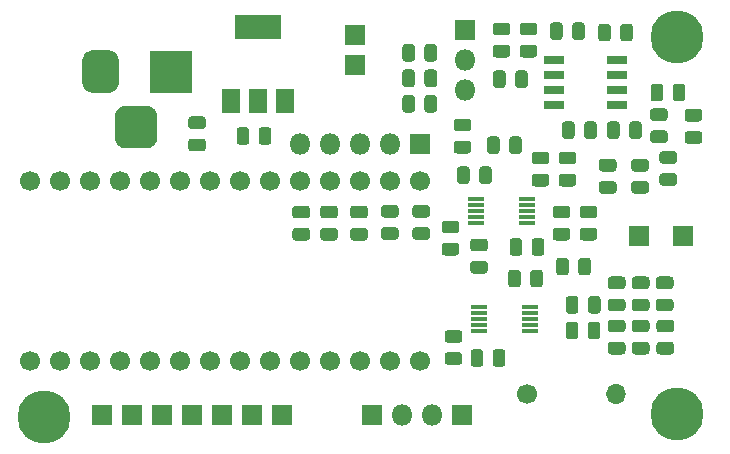
<source format=gbr>
%TF.GenerationSoftware,KiCad,Pcbnew,(5.1.6)-1*%
%TF.CreationDate,2020-12-22T10:56:42-08:00*%
%TF.ProjectId,Digimuser_Board,44696769-6d75-4736-9572-5f426f617264,rev?*%
%TF.SameCoordinates,Original*%
%TF.FileFunction,Soldermask,Top*%
%TF.FilePolarity,Negative*%
%FSLAX46Y46*%
G04 Gerber Fmt 4.6, Leading zero omitted, Abs format (unit mm)*
G04 Created by KiCad (PCBNEW (5.1.6)-1) date 2020-12-22 10:56:42*
%MOMM*%
%LPD*%
G01*
G04 APERTURE LIST*
%ADD10R,1.800000X1.800000*%
%ADD11O,1.700000X1.700000*%
%ADD12C,1.700000*%
%ADD13R,1.408100X0.404800*%
%ADD14R,1.750000X0.710000*%
%ADD15C,4.500000*%
%ADD16R,3.600000X3.600000*%
%ADD17O,1.800000X1.800000*%
%ADD18R,1.600000X2.100000*%
%ADD19R,3.900000X2.100000*%
G04 APERTURE END LIST*
D10*
%TO.C,J12*%
X112268000Y-102108000D03*
%TD*%
%TO.C,J11*%
X140208000Y-102108000D03*
%TD*%
%TO.C,J10*%
X109728000Y-102108000D03*
%TD*%
%TO.C,J9*%
X122428000Y-102108000D03*
%TD*%
%TO.C,J8*%
X117348000Y-102108000D03*
%TD*%
%TO.C,J7*%
X158851600Y-86918800D03*
%TD*%
%TO.C,J6*%
X155194000Y-86918800D03*
%TD*%
D11*
%TO.C,C13*%
X153194400Y-100279200D03*
D12*
X145694400Y-100279200D03*
%TD*%
%TO.C,C1*%
G36*
G01*
X136188500Y-70956250D02*
X136188500Y-71918750D01*
G75*
G02*
X135919750Y-72187500I-268750J0D01*
G01*
X135382250Y-72187500D01*
G75*
G02*
X135113500Y-71918750I0J268750D01*
G01*
X135113500Y-70956250D01*
G75*
G02*
X135382250Y-70687500I268750J0D01*
G01*
X135919750Y-70687500D01*
G75*
G02*
X136188500Y-70956250I0J-268750D01*
G01*
G37*
G36*
G01*
X138063500Y-70956250D02*
X138063500Y-71918750D01*
G75*
G02*
X137794750Y-72187500I-268750J0D01*
G01*
X137257250Y-72187500D01*
G75*
G02*
X136988500Y-71918750I0J268750D01*
G01*
X136988500Y-70956250D01*
G75*
G02*
X137257250Y-70687500I268750J0D01*
G01*
X137794750Y-70687500D01*
G75*
G02*
X138063500Y-70956250I0J-268750D01*
G01*
G37*
%TD*%
%TO.C,C2*%
G36*
G01*
X144164000Y-79729250D02*
X144164000Y-78766750D01*
G75*
G02*
X144432750Y-78498000I268750J0D01*
G01*
X144970250Y-78498000D01*
G75*
G02*
X145239000Y-78766750I0J-268750D01*
G01*
X145239000Y-79729250D01*
G75*
G02*
X144970250Y-79998000I-268750J0D01*
G01*
X144432750Y-79998000D01*
G75*
G02*
X144164000Y-79729250I0J268750D01*
G01*
G37*
G36*
G01*
X142289000Y-79729250D02*
X142289000Y-78766750D01*
G75*
G02*
X142557750Y-78498000I268750J0D01*
G01*
X143095250Y-78498000D01*
G75*
G02*
X143364000Y-78766750I0J-268750D01*
G01*
X143364000Y-79729250D01*
G75*
G02*
X143095250Y-79998000I-268750J0D01*
G01*
X142557750Y-79998000D01*
G75*
G02*
X142289000Y-79729250I0J268750D01*
G01*
G37*
%TD*%
%TO.C,C3*%
G36*
G01*
X143991250Y-69958000D02*
X143028750Y-69958000D01*
G75*
G02*
X142760000Y-69689250I0J268750D01*
G01*
X142760000Y-69151750D01*
G75*
G02*
X143028750Y-68883000I268750J0D01*
G01*
X143991250Y-68883000D01*
G75*
G02*
X144260000Y-69151750I0J-268750D01*
G01*
X144260000Y-69689250D01*
G75*
G02*
X143991250Y-69958000I-268750J0D01*
G01*
G37*
G36*
G01*
X143991250Y-71833000D02*
X143028750Y-71833000D01*
G75*
G02*
X142760000Y-71564250I0J268750D01*
G01*
X142760000Y-71026750D01*
G75*
G02*
X143028750Y-70758000I268750J0D01*
G01*
X143991250Y-70758000D01*
G75*
G02*
X144260000Y-71026750I0J-268750D01*
G01*
X144260000Y-71564250D01*
G75*
G02*
X143991250Y-71833000I-268750J0D01*
G01*
G37*
%TD*%
%TO.C,C4*%
G36*
G01*
X152762000Y-69241750D02*
X152762000Y-70204250D01*
G75*
G02*
X152493250Y-70473000I-268750J0D01*
G01*
X151955750Y-70473000D01*
G75*
G02*
X151687000Y-70204250I0J268750D01*
G01*
X151687000Y-69241750D01*
G75*
G02*
X151955750Y-68973000I268750J0D01*
G01*
X152493250Y-68973000D01*
G75*
G02*
X152762000Y-69241750I0J-268750D01*
G01*
G37*
G36*
G01*
X154637000Y-69241750D02*
X154637000Y-70204250D01*
G75*
G02*
X154368250Y-70473000I-268750J0D01*
G01*
X153830750Y-70473000D01*
G75*
G02*
X153562000Y-70204250I0J268750D01*
G01*
X153562000Y-69241750D01*
G75*
G02*
X153830750Y-68973000I268750J0D01*
G01*
X154368250Y-68973000D01*
G75*
G02*
X154637000Y-69241750I0J-268750D01*
G01*
G37*
%TD*%
%TO.C,C5*%
G36*
G01*
X149714000Y-77496750D02*
X149714000Y-78459250D01*
G75*
G02*
X149445250Y-78728000I-268750J0D01*
G01*
X148907750Y-78728000D01*
G75*
G02*
X148639000Y-78459250I0J268750D01*
G01*
X148639000Y-77496750D01*
G75*
G02*
X148907750Y-77228000I268750J0D01*
G01*
X149445250Y-77228000D01*
G75*
G02*
X149714000Y-77496750I0J-268750D01*
G01*
G37*
G36*
G01*
X151589000Y-77496750D02*
X151589000Y-78459250D01*
G75*
G02*
X151320250Y-78728000I-268750J0D01*
G01*
X150782750Y-78728000D01*
G75*
G02*
X150514000Y-78459250I0J268750D01*
G01*
X150514000Y-77496750D01*
G75*
G02*
X150782750Y-77228000I268750J0D01*
G01*
X151320250Y-77228000D01*
G75*
G02*
X151589000Y-77496750I0J-268750D01*
G01*
G37*
%TD*%
%TO.C,C6*%
G36*
G01*
X156363750Y-77997000D02*
X157326250Y-77997000D01*
G75*
G02*
X157595000Y-78265750I0J-268750D01*
G01*
X157595000Y-78803250D01*
G75*
G02*
X157326250Y-79072000I-268750J0D01*
G01*
X156363750Y-79072000D01*
G75*
G02*
X156095000Y-78803250I0J268750D01*
G01*
X156095000Y-78265750D01*
G75*
G02*
X156363750Y-77997000I268750J0D01*
G01*
G37*
G36*
G01*
X156363750Y-76122000D02*
X157326250Y-76122000D01*
G75*
G02*
X157595000Y-76390750I0J-268750D01*
G01*
X157595000Y-76928250D01*
G75*
G02*
X157326250Y-77197000I-268750J0D01*
G01*
X156363750Y-77197000D01*
G75*
G02*
X156095000Y-76928250I0J268750D01*
G01*
X156095000Y-76390750D01*
G75*
G02*
X156363750Y-76122000I268750J0D01*
G01*
G37*
%TD*%
%TO.C,C7*%
G36*
G01*
X138964750Y-96793000D02*
X139927250Y-96793000D01*
G75*
G02*
X140196000Y-97061750I0J-268750D01*
G01*
X140196000Y-97599250D01*
G75*
G02*
X139927250Y-97868000I-268750J0D01*
G01*
X138964750Y-97868000D01*
G75*
G02*
X138696000Y-97599250I0J268750D01*
G01*
X138696000Y-97061750D01*
G75*
G02*
X138964750Y-96793000I268750J0D01*
G01*
G37*
G36*
G01*
X138964750Y-94918000D02*
X139927250Y-94918000D01*
G75*
G02*
X140196000Y-95186750I0J-268750D01*
G01*
X140196000Y-95724250D01*
G75*
G02*
X139927250Y-95993000I-268750J0D01*
G01*
X138964750Y-95993000D01*
G75*
G02*
X138696000Y-95724250I0J268750D01*
G01*
X138696000Y-95186750D01*
G75*
G02*
X138964750Y-94918000I268750J0D01*
G01*
G37*
%TD*%
%TO.C,C8*%
G36*
G01*
X138710750Y-87522000D02*
X139673250Y-87522000D01*
G75*
G02*
X139942000Y-87790750I0J-268750D01*
G01*
X139942000Y-88328250D01*
G75*
G02*
X139673250Y-88597000I-268750J0D01*
G01*
X138710750Y-88597000D01*
G75*
G02*
X138442000Y-88328250I0J268750D01*
G01*
X138442000Y-87790750D01*
G75*
G02*
X138710750Y-87522000I268750J0D01*
G01*
G37*
G36*
G01*
X138710750Y-85647000D02*
X139673250Y-85647000D01*
G75*
G02*
X139942000Y-85915750I0J-268750D01*
G01*
X139942000Y-86453250D01*
G75*
G02*
X139673250Y-86722000I-268750J0D01*
G01*
X138710750Y-86722000D01*
G75*
G02*
X138442000Y-86453250I0J268750D01*
G01*
X138442000Y-85915750D01*
G75*
G02*
X138710750Y-85647000I268750J0D01*
G01*
G37*
%TD*%
%TO.C,C10*%
G36*
G01*
X142767000Y-97763250D02*
X142767000Y-96800750D01*
G75*
G02*
X143035750Y-96532000I268750J0D01*
G01*
X143573250Y-96532000D01*
G75*
G02*
X143842000Y-96800750I0J-268750D01*
G01*
X143842000Y-97763250D01*
G75*
G02*
X143573250Y-98032000I-268750J0D01*
G01*
X143035750Y-98032000D01*
G75*
G02*
X142767000Y-97763250I0J268750D01*
G01*
G37*
G36*
G01*
X140892000Y-97763250D02*
X140892000Y-96800750D01*
G75*
G02*
X141160750Y-96532000I268750J0D01*
G01*
X141698250Y-96532000D01*
G75*
G02*
X141967000Y-96800750I0J-268750D01*
G01*
X141967000Y-97763250D01*
G75*
G02*
X141698250Y-98032000I-268750J0D01*
G01*
X141160750Y-98032000D01*
G75*
G02*
X140892000Y-97763250I0J268750D01*
G01*
G37*
%TD*%
%TO.C,C11*%
G36*
G01*
X141123750Y-89046000D02*
X142086250Y-89046000D01*
G75*
G02*
X142355000Y-89314750I0J-268750D01*
G01*
X142355000Y-89852250D01*
G75*
G02*
X142086250Y-90121000I-268750J0D01*
G01*
X141123750Y-90121000D01*
G75*
G02*
X140855000Y-89852250I0J268750D01*
G01*
X140855000Y-89314750D01*
G75*
G02*
X141123750Y-89046000I268750J0D01*
G01*
G37*
G36*
G01*
X141123750Y-87171000D02*
X142086250Y-87171000D01*
G75*
G02*
X142355000Y-87439750I0J-268750D01*
G01*
X142355000Y-87977250D01*
G75*
G02*
X142086250Y-88246000I-268750J0D01*
G01*
X141123750Y-88246000D01*
G75*
G02*
X140855000Y-87977250I0J268750D01*
G01*
X140855000Y-87439750D01*
G75*
G02*
X141123750Y-87171000I268750J0D01*
G01*
G37*
%TD*%
%TO.C,C14*%
G36*
G01*
X147293250Y-80880000D02*
X146330750Y-80880000D01*
G75*
G02*
X146062000Y-80611250I0J268750D01*
G01*
X146062000Y-80073750D01*
G75*
G02*
X146330750Y-79805000I268750J0D01*
G01*
X147293250Y-79805000D01*
G75*
G02*
X147562000Y-80073750I0J-268750D01*
G01*
X147562000Y-80611250D01*
G75*
G02*
X147293250Y-80880000I-268750J0D01*
G01*
G37*
G36*
G01*
X147293250Y-82755000D02*
X146330750Y-82755000D01*
G75*
G02*
X146062000Y-82486250I0J268750D01*
G01*
X146062000Y-81948750D01*
G75*
G02*
X146330750Y-81680000I268750J0D01*
G01*
X147293250Y-81680000D01*
G75*
G02*
X147562000Y-81948750I0J-268750D01*
G01*
X147562000Y-82486250D01*
G75*
G02*
X147293250Y-82755000I-268750J0D01*
G01*
G37*
%TD*%
%TO.C,C15*%
G36*
G01*
X149071250Y-85452000D02*
X148108750Y-85452000D01*
G75*
G02*
X147840000Y-85183250I0J268750D01*
G01*
X147840000Y-84645750D01*
G75*
G02*
X148108750Y-84377000I268750J0D01*
G01*
X149071250Y-84377000D01*
G75*
G02*
X149340000Y-84645750I0J-268750D01*
G01*
X149340000Y-85183250D01*
G75*
G02*
X149071250Y-85452000I-268750J0D01*
G01*
G37*
G36*
G01*
X149071250Y-87327000D02*
X148108750Y-87327000D01*
G75*
G02*
X147840000Y-87058250I0J268750D01*
G01*
X147840000Y-86520750D01*
G75*
G02*
X148108750Y-86252000I268750J0D01*
G01*
X149071250Y-86252000D01*
G75*
G02*
X149340000Y-86520750I0J-268750D01*
G01*
X149340000Y-87058250D01*
G75*
G02*
X149071250Y-87327000I-268750J0D01*
G01*
G37*
%TD*%
%TO.C,C16*%
G36*
G01*
X145142000Y-90069750D02*
X145142000Y-91032250D01*
G75*
G02*
X144873250Y-91301000I-268750J0D01*
G01*
X144335750Y-91301000D01*
G75*
G02*
X144067000Y-91032250I0J268750D01*
G01*
X144067000Y-90069750D01*
G75*
G02*
X144335750Y-89801000I268750J0D01*
G01*
X144873250Y-89801000D01*
G75*
G02*
X145142000Y-90069750I0J-268750D01*
G01*
G37*
G36*
G01*
X147017000Y-90069750D02*
X147017000Y-91032250D01*
G75*
G02*
X146748250Y-91301000I-268750J0D01*
G01*
X146210750Y-91301000D01*
G75*
G02*
X145942000Y-91032250I0J268750D01*
G01*
X145942000Y-90069750D01*
G75*
G02*
X146210750Y-89801000I268750J0D01*
G01*
X146748250Y-89801000D01*
G75*
G02*
X147017000Y-90069750I0J-268750D01*
G01*
G37*
%TD*%
%TO.C,C17*%
G36*
G01*
X146069000Y-88365250D02*
X146069000Y-87402750D01*
G75*
G02*
X146337750Y-87134000I268750J0D01*
G01*
X146875250Y-87134000D01*
G75*
G02*
X147144000Y-87402750I0J-268750D01*
G01*
X147144000Y-88365250D01*
G75*
G02*
X146875250Y-88634000I-268750J0D01*
G01*
X146337750Y-88634000D01*
G75*
G02*
X146069000Y-88365250I0J268750D01*
G01*
G37*
G36*
G01*
X144194000Y-88365250D02*
X144194000Y-87402750D01*
G75*
G02*
X144462750Y-87134000I268750J0D01*
G01*
X145000250Y-87134000D01*
G75*
G02*
X145269000Y-87402750I0J-268750D01*
G01*
X145269000Y-88365250D01*
G75*
G02*
X145000250Y-88634000I-268750J0D01*
G01*
X144462750Y-88634000D01*
G75*
G02*
X144194000Y-88365250I0J268750D01*
G01*
G37*
%TD*%
%TO.C,C18*%
G36*
G01*
X157151150Y-81629200D02*
X158113650Y-81629200D01*
G75*
G02*
X158382400Y-81897950I0J-268750D01*
G01*
X158382400Y-82435450D01*
G75*
G02*
X158113650Y-82704200I-268750J0D01*
G01*
X157151150Y-82704200D01*
G75*
G02*
X156882400Y-82435450I0J268750D01*
G01*
X156882400Y-81897950D01*
G75*
G02*
X157151150Y-81629200I268750J0D01*
G01*
G37*
G36*
G01*
X157151150Y-79754200D02*
X158113650Y-79754200D01*
G75*
G02*
X158382400Y-80022950I0J-268750D01*
G01*
X158382400Y-80560450D01*
G75*
G02*
X158113650Y-80829200I-268750J0D01*
G01*
X157151150Y-80829200D01*
G75*
G02*
X156882400Y-80560450I0J268750D01*
G01*
X156882400Y-80022950D01*
G75*
G02*
X157151150Y-79754200I268750J0D01*
G01*
G37*
%TD*%
%TO.C,C19*%
G36*
G01*
X150006000Y-90016250D02*
X150006000Y-89053750D01*
G75*
G02*
X150274750Y-88785000I268750J0D01*
G01*
X150812250Y-88785000D01*
G75*
G02*
X151081000Y-89053750I0J-268750D01*
G01*
X151081000Y-90016250D01*
G75*
G02*
X150812250Y-90285000I-268750J0D01*
G01*
X150274750Y-90285000D01*
G75*
G02*
X150006000Y-90016250I0J268750D01*
G01*
G37*
G36*
G01*
X148131000Y-90016250D02*
X148131000Y-89053750D01*
G75*
G02*
X148399750Y-88785000I268750J0D01*
G01*
X148937250Y-88785000D01*
G75*
G02*
X149206000Y-89053750I0J-268750D01*
G01*
X149206000Y-90016250D01*
G75*
G02*
X148937250Y-90285000I-268750J0D01*
G01*
X148399750Y-90285000D01*
G75*
G02*
X148131000Y-90016250I0J268750D01*
G01*
G37*
%TD*%
%TO.C,C20*%
G36*
G01*
X149579250Y-80880000D02*
X148616750Y-80880000D01*
G75*
G02*
X148348000Y-80611250I0J268750D01*
G01*
X148348000Y-80073750D01*
G75*
G02*
X148616750Y-79805000I268750J0D01*
G01*
X149579250Y-79805000D01*
G75*
G02*
X149848000Y-80073750I0J-268750D01*
G01*
X149848000Y-80611250D01*
G75*
G02*
X149579250Y-80880000I-268750J0D01*
G01*
G37*
G36*
G01*
X149579250Y-82755000D02*
X148616750Y-82755000D01*
G75*
G02*
X148348000Y-82486250I0J268750D01*
G01*
X148348000Y-81948750D01*
G75*
G02*
X148616750Y-81680000I268750J0D01*
G01*
X149579250Y-81680000D01*
G75*
G02*
X149848000Y-81948750I0J-268750D01*
G01*
X149848000Y-82486250D01*
G75*
G02*
X149579250Y-82755000I-268750J0D01*
G01*
G37*
%TD*%
%TO.C,C21*%
G36*
G01*
X151357250Y-85452000D02*
X150394750Y-85452000D01*
G75*
G02*
X150126000Y-85183250I0J268750D01*
G01*
X150126000Y-84645750D01*
G75*
G02*
X150394750Y-84377000I268750J0D01*
G01*
X151357250Y-84377000D01*
G75*
G02*
X151626000Y-84645750I0J-268750D01*
G01*
X151626000Y-85183250D01*
G75*
G02*
X151357250Y-85452000I-268750J0D01*
G01*
G37*
G36*
G01*
X151357250Y-87327000D02*
X150394750Y-87327000D01*
G75*
G02*
X150126000Y-87058250I0J268750D01*
G01*
X150126000Y-86520750D01*
G75*
G02*
X150394750Y-86252000I268750J0D01*
G01*
X151357250Y-86252000D01*
G75*
G02*
X151626000Y-86520750I0J-268750D01*
G01*
X151626000Y-87058250D01*
G75*
G02*
X151357250Y-87327000I-268750J0D01*
G01*
G37*
%TD*%
%TO.C,R1*%
G36*
G01*
X136988500Y-74077750D02*
X136988500Y-73115250D01*
G75*
G02*
X137257250Y-72846500I268750J0D01*
G01*
X137794750Y-72846500D01*
G75*
G02*
X138063500Y-73115250I0J-268750D01*
G01*
X138063500Y-74077750D01*
G75*
G02*
X137794750Y-74346500I-268750J0D01*
G01*
X137257250Y-74346500D01*
G75*
G02*
X136988500Y-74077750I0J268750D01*
G01*
G37*
G36*
G01*
X135113500Y-74077750D02*
X135113500Y-73115250D01*
G75*
G02*
X135382250Y-72846500I268750J0D01*
G01*
X135919750Y-72846500D01*
G75*
G02*
X136188500Y-73115250I0J-268750D01*
G01*
X136188500Y-74077750D01*
G75*
G02*
X135919750Y-74346500I-268750J0D01*
G01*
X135382250Y-74346500D01*
G75*
G02*
X135113500Y-74077750I0J268750D01*
G01*
G37*
%TD*%
%TO.C,R2*%
G36*
G01*
X136188500Y-75274250D02*
X136188500Y-76236750D01*
G75*
G02*
X135919750Y-76505500I-268750J0D01*
G01*
X135382250Y-76505500D01*
G75*
G02*
X135113500Y-76236750I0J268750D01*
G01*
X135113500Y-75274250D01*
G75*
G02*
X135382250Y-75005500I268750J0D01*
G01*
X135919750Y-75005500D01*
G75*
G02*
X136188500Y-75274250I0J-268750D01*
G01*
G37*
G36*
G01*
X138063500Y-75274250D02*
X138063500Y-76236750D01*
G75*
G02*
X137794750Y-76505500I-268750J0D01*
G01*
X137257250Y-76505500D01*
G75*
G02*
X136988500Y-76236750I0J268750D01*
G01*
X136988500Y-75274250D01*
G75*
G02*
X137257250Y-75005500I268750J0D01*
G01*
X137794750Y-75005500D01*
G75*
G02*
X138063500Y-75274250I0J-268750D01*
G01*
G37*
%TD*%
%TO.C,R3*%
G36*
G01*
X126074250Y-86252000D02*
X127036750Y-86252000D01*
G75*
G02*
X127305500Y-86520750I0J-268750D01*
G01*
X127305500Y-87058250D01*
G75*
G02*
X127036750Y-87327000I-268750J0D01*
G01*
X126074250Y-87327000D01*
G75*
G02*
X125805500Y-87058250I0J268750D01*
G01*
X125805500Y-86520750D01*
G75*
G02*
X126074250Y-86252000I268750J0D01*
G01*
G37*
G36*
G01*
X126074250Y-84377000D02*
X127036750Y-84377000D01*
G75*
G02*
X127305500Y-84645750I0J-268750D01*
G01*
X127305500Y-85183250D01*
G75*
G02*
X127036750Y-85452000I-268750J0D01*
G01*
X126074250Y-85452000D01*
G75*
G02*
X125805500Y-85183250I0J268750D01*
G01*
X125805500Y-84645750D01*
G75*
G02*
X126074250Y-84377000I268750J0D01*
G01*
G37*
%TD*%
%TO.C,R4*%
G36*
G01*
X128423750Y-86252000D02*
X129386250Y-86252000D01*
G75*
G02*
X129655000Y-86520750I0J-268750D01*
G01*
X129655000Y-87058250D01*
G75*
G02*
X129386250Y-87327000I-268750J0D01*
G01*
X128423750Y-87327000D01*
G75*
G02*
X128155000Y-87058250I0J268750D01*
G01*
X128155000Y-86520750D01*
G75*
G02*
X128423750Y-86252000I268750J0D01*
G01*
G37*
G36*
G01*
X128423750Y-84377000D02*
X129386250Y-84377000D01*
G75*
G02*
X129655000Y-84645750I0J-268750D01*
G01*
X129655000Y-85183250D01*
G75*
G02*
X129386250Y-85452000I-268750J0D01*
G01*
X128423750Y-85452000D01*
G75*
G02*
X128155000Y-85183250I0J268750D01*
G01*
X128155000Y-84645750D01*
G75*
G02*
X128423750Y-84377000I268750J0D01*
G01*
G37*
%TD*%
%TO.C,R5*%
G36*
G01*
X130963750Y-86252000D02*
X131926250Y-86252000D01*
G75*
G02*
X132195000Y-86520750I0J-268750D01*
G01*
X132195000Y-87058250D01*
G75*
G02*
X131926250Y-87327000I-268750J0D01*
G01*
X130963750Y-87327000D01*
G75*
G02*
X130695000Y-87058250I0J268750D01*
G01*
X130695000Y-86520750D01*
G75*
G02*
X130963750Y-86252000I268750J0D01*
G01*
G37*
G36*
G01*
X130963750Y-84377000D02*
X131926250Y-84377000D01*
G75*
G02*
X132195000Y-84645750I0J-268750D01*
G01*
X132195000Y-85183250D01*
G75*
G02*
X131926250Y-85452000I-268750J0D01*
G01*
X130963750Y-85452000D01*
G75*
G02*
X130695000Y-85183250I0J268750D01*
G01*
X130695000Y-84645750D01*
G75*
G02*
X130963750Y-84377000I268750J0D01*
G01*
G37*
%TD*%
%TO.C,R6*%
G36*
G01*
X139726750Y-78886000D02*
X140689250Y-78886000D01*
G75*
G02*
X140958000Y-79154750I0J-268750D01*
G01*
X140958000Y-79692250D01*
G75*
G02*
X140689250Y-79961000I-268750J0D01*
G01*
X139726750Y-79961000D01*
G75*
G02*
X139458000Y-79692250I0J268750D01*
G01*
X139458000Y-79154750D01*
G75*
G02*
X139726750Y-78886000I268750J0D01*
G01*
G37*
G36*
G01*
X139726750Y-77011000D02*
X140689250Y-77011000D01*
G75*
G02*
X140958000Y-77279750I0J-268750D01*
G01*
X140958000Y-77817250D01*
G75*
G02*
X140689250Y-78086000I-268750J0D01*
G01*
X139726750Y-78086000D01*
G75*
G02*
X139458000Y-77817250I0J268750D01*
G01*
X139458000Y-77279750D01*
G75*
G02*
X139726750Y-77011000I268750J0D01*
G01*
G37*
%TD*%
%TO.C,R7*%
G36*
G01*
X133567250Y-86188500D02*
X134529750Y-86188500D01*
G75*
G02*
X134798500Y-86457250I0J-268750D01*
G01*
X134798500Y-86994750D01*
G75*
G02*
X134529750Y-87263500I-268750J0D01*
G01*
X133567250Y-87263500D01*
G75*
G02*
X133298500Y-86994750I0J268750D01*
G01*
X133298500Y-86457250D01*
G75*
G02*
X133567250Y-86188500I268750J0D01*
G01*
G37*
G36*
G01*
X133567250Y-84313500D02*
X134529750Y-84313500D01*
G75*
G02*
X134798500Y-84582250I0J-268750D01*
G01*
X134798500Y-85119750D01*
G75*
G02*
X134529750Y-85388500I-268750J0D01*
G01*
X133567250Y-85388500D01*
G75*
G02*
X133298500Y-85119750I0J268750D01*
G01*
X133298500Y-84582250D01*
G75*
G02*
X133567250Y-84313500I268750J0D01*
G01*
G37*
%TD*%
%TO.C,R8*%
G36*
G01*
X136234250Y-86188500D02*
X137196750Y-86188500D01*
G75*
G02*
X137465500Y-86457250I0J-268750D01*
G01*
X137465500Y-86994750D01*
G75*
G02*
X137196750Y-87263500I-268750J0D01*
G01*
X136234250Y-87263500D01*
G75*
G02*
X135965500Y-86994750I0J268750D01*
G01*
X135965500Y-86457250D01*
G75*
G02*
X136234250Y-86188500I268750J0D01*
G01*
G37*
G36*
G01*
X136234250Y-84313500D02*
X137196750Y-84313500D01*
G75*
G02*
X137465500Y-84582250I0J-268750D01*
G01*
X137465500Y-85119750D01*
G75*
G02*
X137196750Y-85388500I-268750J0D01*
G01*
X136234250Y-85388500D01*
G75*
G02*
X135965500Y-85119750I0J268750D01*
G01*
X135965500Y-84582250D01*
G75*
G02*
X136234250Y-84313500I268750J0D01*
G01*
G37*
%TD*%
%TO.C,R9*%
G36*
G01*
X143872000Y-73178750D02*
X143872000Y-74141250D01*
G75*
G02*
X143603250Y-74410000I-268750J0D01*
G01*
X143065750Y-74410000D01*
G75*
G02*
X142797000Y-74141250I0J268750D01*
G01*
X142797000Y-73178750D01*
G75*
G02*
X143065750Y-72910000I268750J0D01*
G01*
X143603250Y-72910000D01*
G75*
G02*
X143872000Y-73178750I0J-268750D01*
G01*
G37*
G36*
G01*
X145747000Y-73178750D02*
X145747000Y-74141250D01*
G75*
G02*
X145478250Y-74410000I-268750J0D01*
G01*
X144940750Y-74410000D01*
G75*
G02*
X144672000Y-74141250I0J268750D01*
G01*
X144672000Y-73178750D01*
G75*
G02*
X144940750Y-72910000I268750J0D01*
G01*
X145478250Y-72910000D01*
G75*
G02*
X145747000Y-73178750I0J-268750D01*
G01*
G37*
%TD*%
%TO.C,R10*%
G36*
G01*
X145314750Y-70758000D02*
X146277250Y-70758000D01*
G75*
G02*
X146546000Y-71026750I0J-268750D01*
G01*
X146546000Y-71564250D01*
G75*
G02*
X146277250Y-71833000I-268750J0D01*
G01*
X145314750Y-71833000D01*
G75*
G02*
X145046000Y-71564250I0J268750D01*
G01*
X145046000Y-71026750D01*
G75*
G02*
X145314750Y-70758000I268750J0D01*
G01*
G37*
G36*
G01*
X145314750Y-68883000D02*
X146277250Y-68883000D01*
G75*
G02*
X146546000Y-69151750I0J-268750D01*
G01*
X146546000Y-69689250D01*
G75*
G02*
X146277250Y-69958000I-268750J0D01*
G01*
X145314750Y-69958000D01*
G75*
G02*
X145046000Y-69689250I0J268750D01*
G01*
X145046000Y-69151750D01*
G75*
G02*
X145314750Y-68883000I268750J0D01*
G01*
G37*
%TD*%
%TO.C,R11*%
G36*
G01*
X148698000Y-69114750D02*
X148698000Y-70077250D01*
G75*
G02*
X148429250Y-70346000I-268750J0D01*
G01*
X147891750Y-70346000D01*
G75*
G02*
X147623000Y-70077250I0J268750D01*
G01*
X147623000Y-69114750D01*
G75*
G02*
X147891750Y-68846000I268750J0D01*
G01*
X148429250Y-68846000D01*
G75*
G02*
X148698000Y-69114750I0J-268750D01*
G01*
G37*
G36*
G01*
X150573000Y-69114750D02*
X150573000Y-70077250D01*
G75*
G02*
X150304250Y-70346000I-268750J0D01*
G01*
X149766750Y-70346000D01*
G75*
G02*
X149498000Y-70077250I0J268750D01*
G01*
X149498000Y-69114750D01*
G75*
G02*
X149766750Y-68846000I268750J0D01*
G01*
X150304250Y-68846000D01*
G75*
G02*
X150573000Y-69114750I0J-268750D01*
G01*
G37*
%TD*%
%TO.C,R12*%
G36*
G01*
X153524000Y-77496750D02*
X153524000Y-78459250D01*
G75*
G02*
X153255250Y-78728000I-268750J0D01*
G01*
X152717750Y-78728000D01*
G75*
G02*
X152449000Y-78459250I0J268750D01*
G01*
X152449000Y-77496750D01*
G75*
G02*
X152717750Y-77228000I268750J0D01*
G01*
X153255250Y-77228000D01*
G75*
G02*
X153524000Y-77496750I0J-268750D01*
G01*
G37*
G36*
G01*
X155399000Y-77496750D02*
X155399000Y-78459250D01*
G75*
G02*
X155130250Y-78728000I-268750J0D01*
G01*
X154592750Y-78728000D01*
G75*
G02*
X154324000Y-78459250I0J268750D01*
G01*
X154324000Y-77496750D01*
G75*
G02*
X154592750Y-77228000I268750J0D01*
G01*
X155130250Y-77228000D01*
G75*
G02*
X155399000Y-77496750I0J-268750D01*
G01*
G37*
%TD*%
%TO.C,R13*%
G36*
G01*
X157207000Y-74321750D02*
X157207000Y-75284250D01*
G75*
G02*
X156938250Y-75553000I-268750J0D01*
G01*
X156400750Y-75553000D01*
G75*
G02*
X156132000Y-75284250I0J268750D01*
G01*
X156132000Y-74321750D01*
G75*
G02*
X156400750Y-74053000I268750J0D01*
G01*
X156938250Y-74053000D01*
G75*
G02*
X157207000Y-74321750I0J-268750D01*
G01*
G37*
G36*
G01*
X159082000Y-74321750D02*
X159082000Y-75284250D01*
G75*
G02*
X158813250Y-75553000I-268750J0D01*
G01*
X158275750Y-75553000D01*
G75*
G02*
X158007000Y-75284250I0J268750D01*
G01*
X158007000Y-74321750D01*
G75*
G02*
X158275750Y-74053000I268750J0D01*
G01*
X158813250Y-74053000D01*
G75*
G02*
X159082000Y-74321750I0J-268750D01*
G01*
G37*
%TD*%
%TO.C,R14*%
G36*
G01*
X160247250Y-77260500D02*
X159284750Y-77260500D01*
G75*
G02*
X159016000Y-76991750I0J268750D01*
G01*
X159016000Y-76454250D01*
G75*
G02*
X159284750Y-76185500I268750J0D01*
G01*
X160247250Y-76185500D01*
G75*
G02*
X160516000Y-76454250I0J-268750D01*
G01*
X160516000Y-76991750D01*
G75*
G02*
X160247250Y-77260500I-268750J0D01*
G01*
G37*
G36*
G01*
X160247250Y-79135500D02*
X159284750Y-79135500D01*
G75*
G02*
X159016000Y-78866750I0J268750D01*
G01*
X159016000Y-78329250D01*
G75*
G02*
X159284750Y-78060500I268750J0D01*
G01*
X160247250Y-78060500D01*
G75*
G02*
X160516000Y-78329250I0J-268750D01*
G01*
X160516000Y-78866750D01*
G75*
G02*
X160247250Y-79135500I-268750J0D01*
G01*
G37*
%TD*%
%TO.C,R16*%
G36*
G01*
X141624000Y-82269250D02*
X141624000Y-81306750D01*
G75*
G02*
X141892750Y-81038000I268750J0D01*
G01*
X142430250Y-81038000D01*
G75*
G02*
X142699000Y-81306750I0J-268750D01*
G01*
X142699000Y-82269250D01*
G75*
G02*
X142430250Y-82538000I-268750J0D01*
G01*
X141892750Y-82538000D01*
G75*
G02*
X141624000Y-82269250I0J268750D01*
G01*
G37*
G36*
G01*
X139749000Y-82269250D02*
X139749000Y-81306750D01*
G75*
G02*
X140017750Y-81038000I268750J0D01*
G01*
X140555250Y-81038000D01*
G75*
G02*
X140824000Y-81306750I0J-268750D01*
G01*
X140824000Y-82269250D01*
G75*
G02*
X140555250Y-82538000I-268750J0D01*
G01*
X140017750Y-82538000D01*
G75*
G02*
X139749000Y-82269250I0J268750D01*
G01*
G37*
%TD*%
D13*
%TO.C,U6*%
X145662650Y-83835999D03*
X145662650Y-84336001D03*
X145662650Y-84836000D03*
X145662650Y-85335999D03*
X145662650Y-85836001D03*
X141357350Y-85836001D03*
X141357350Y-85335999D03*
X141357350Y-84836000D03*
X141357350Y-84336001D03*
X141357350Y-83835999D03*
%TD*%
%TO.C,U7*%
X145916650Y-92979999D03*
X145916650Y-93480001D03*
X145916650Y-93980000D03*
X145916650Y-94479999D03*
X145916650Y-94980001D03*
X141611350Y-94980001D03*
X141611350Y-94479999D03*
X141611350Y-93980000D03*
X141611350Y-93480001D03*
X141611350Y-92979999D03*
%TD*%
D14*
%TO.C,U3*%
X153252000Y-72009000D03*
X153252000Y-73279000D03*
X153252000Y-74549000D03*
X153252000Y-75819000D03*
X147992000Y-75819000D03*
X147992000Y-74549000D03*
X147992000Y-73279000D03*
X147992000Y-72009000D03*
%TD*%
D15*
%TO.C,H1*%
X158369000Y-70104000D03*
%TD*%
%TO.C,H2*%
X158369000Y-101981000D03*
%TD*%
%TO.C,H3*%
X104775000Y-102235000D03*
%TD*%
%TO.C,J3*%
G36*
G01*
X110770000Y-78625000D02*
X110770000Y-76825000D01*
G75*
G02*
X111670000Y-75925000I900000J0D01*
G01*
X113470000Y-75925000D01*
G75*
G02*
X114370000Y-76825000I0J-900000D01*
G01*
X114370000Y-78625000D01*
G75*
G02*
X113470000Y-79525000I-900000J0D01*
G01*
X111670000Y-79525000D01*
G75*
G02*
X110770000Y-78625000I0J900000D01*
G01*
G37*
G36*
G01*
X108020000Y-74050000D02*
X108020000Y-72000000D01*
G75*
G02*
X108795000Y-71225000I775000J0D01*
G01*
X110345000Y-71225000D01*
G75*
G02*
X111120000Y-72000000I0J-775000D01*
G01*
X111120000Y-74050000D01*
G75*
G02*
X110345000Y-74825000I-775000J0D01*
G01*
X108795000Y-74825000D01*
G75*
G02*
X108020000Y-74050000I0J775000D01*
G01*
G37*
D16*
X115570000Y-73025000D03*
%TD*%
%TO.C,C22*%
G36*
G01*
X117247750Y-78695500D02*
X118210250Y-78695500D01*
G75*
G02*
X118479000Y-78964250I0J-268750D01*
G01*
X118479000Y-79501750D01*
G75*
G02*
X118210250Y-79770500I-268750J0D01*
G01*
X117247750Y-79770500D01*
G75*
G02*
X116979000Y-79501750I0J268750D01*
G01*
X116979000Y-78964250D01*
G75*
G02*
X117247750Y-78695500I268750J0D01*
G01*
G37*
G36*
G01*
X117247750Y-76820500D02*
X118210250Y-76820500D01*
G75*
G02*
X118479000Y-77089250I0J-268750D01*
G01*
X118479000Y-77626750D01*
G75*
G02*
X118210250Y-77895500I-268750J0D01*
G01*
X117247750Y-77895500D01*
G75*
G02*
X116979000Y-77626750I0J268750D01*
G01*
X116979000Y-77089250D01*
G75*
G02*
X117247750Y-76820500I268750J0D01*
G01*
G37*
%TD*%
%TO.C,C23*%
G36*
G01*
X122155000Y-78004750D02*
X122155000Y-78967250D01*
G75*
G02*
X121886250Y-79236000I-268750J0D01*
G01*
X121348750Y-79236000D01*
G75*
G02*
X121080000Y-78967250I0J268750D01*
G01*
X121080000Y-78004750D01*
G75*
G02*
X121348750Y-77736000I268750J0D01*
G01*
X121886250Y-77736000D01*
G75*
G02*
X122155000Y-78004750I0J-268750D01*
G01*
G37*
G36*
G01*
X124030000Y-78004750D02*
X124030000Y-78967250D01*
G75*
G02*
X123761250Y-79236000I-268750J0D01*
G01*
X123223750Y-79236000D01*
G75*
G02*
X122955000Y-78967250I0J268750D01*
G01*
X122955000Y-78004750D01*
G75*
G02*
X123223750Y-77736000I268750J0D01*
G01*
X123761250Y-77736000D01*
G75*
G02*
X124030000Y-78004750I0J-268750D01*
G01*
G37*
%TD*%
D12*
%TO.C,U4*%
X123952000Y-82296000D03*
X126492000Y-82296000D03*
X134112000Y-97536000D03*
X118872000Y-82296000D03*
X108712000Y-97536000D03*
X108712000Y-82296000D03*
X113792000Y-82296000D03*
X129032000Y-82296000D03*
X129032000Y-97536000D03*
X126492000Y-97536000D03*
X136652000Y-82296000D03*
X121412000Y-82296000D03*
X123952000Y-97536000D03*
X106172000Y-97536000D03*
X103632000Y-97536000D03*
X134112000Y-82296000D03*
X116332000Y-97536000D03*
X111252000Y-97536000D03*
X131572000Y-97536000D03*
X106172000Y-82296000D03*
X116332000Y-82296000D03*
X113792000Y-97536000D03*
X118872000Y-97536000D03*
X131572000Y-82296000D03*
X103632000Y-82296000D03*
X121412000Y-97536000D03*
X136652000Y-97536000D03*
X111252000Y-82296000D03*
%TD*%
D10*
%TO.C,J1*%
X131114800Y-69900800D03*
%TD*%
%TO.C,J2*%
X131114800Y-72440800D03*
%TD*%
D17*
%TO.C,J4*%
X140398500Y-72009000D03*
X140398500Y-74549000D03*
D10*
X140398500Y-69469000D03*
%TD*%
D17*
%TO.C,J5*%
X135128000Y-102108000D03*
X137668000Y-102108000D03*
D10*
X132588000Y-102108000D03*
%TD*%
%TO.C,U1*%
X136588500Y-79121000D03*
D17*
X134048500Y-79121000D03*
X128968500Y-79121000D03*
X126428500Y-79121000D03*
X131508500Y-79121000D03*
%TD*%
%TO.C,C9*%
G36*
G01*
X150031500Y-92292250D02*
X150031500Y-93254750D01*
G75*
G02*
X149762750Y-93523500I-268750J0D01*
G01*
X149225250Y-93523500D01*
G75*
G02*
X148956500Y-93254750I0J268750D01*
G01*
X148956500Y-92292250D01*
G75*
G02*
X149225250Y-92023500I268750J0D01*
G01*
X149762750Y-92023500D01*
G75*
G02*
X150031500Y-92292250I0J-268750D01*
G01*
G37*
G36*
G01*
X151906500Y-92292250D02*
X151906500Y-93254750D01*
G75*
G02*
X151637750Y-93523500I-268750J0D01*
G01*
X151100250Y-93523500D01*
G75*
G02*
X150831500Y-93254750I0J268750D01*
G01*
X150831500Y-92292250D01*
G75*
G02*
X151100250Y-92023500I268750J0D01*
G01*
X151637750Y-92023500D01*
G75*
G02*
X151906500Y-92292250I0J-268750D01*
G01*
G37*
%TD*%
%TO.C,C12*%
G36*
G01*
X150018800Y-94463950D02*
X150018800Y-95426450D01*
G75*
G02*
X149750050Y-95695200I-268750J0D01*
G01*
X149212550Y-95695200D01*
G75*
G02*
X148943800Y-95426450I0J268750D01*
G01*
X148943800Y-94463950D01*
G75*
G02*
X149212550Y-94195200I268750J0D01*
G01*
X149750050Y-94195200D01*
G75*
G02*
X150018800Y-94463950I0J-268750D01*
G01*
G37*
G36*
G01*
X151893800Y-94463950D02*
X151893800Y-95426450D01*
G75*
G02*
X151625050Y-95695200I-268750J0D01*
G01*
X151087550Y-95695200D01*
G75*
G02*
X150818800Y-95426450I0J268750D01*
G01*
X150818800Y-94463950D01*
G75*
G02*
X151087550Y-94195200I268750J0D01*
G01*
X151625050Y-94195200D01*
G75*
G02*
X151893800Y-94463950I0J-268750D01*
G01*
G37*
%TD*%
%TO.C,C24*%
G36*
G01*
X156846350Y-92246400D02*
X157808850Y-92246400D01*
G75*
G02*
X158077600Y-92515150I0J-268750D01*
G01*
X158077600Y-93052650D01*
G75*
G02*
X157808850Y-93321400I-268750J0D01*
G01*
X156846350Y-93321400D01*
G75*
G02*
X156577600Y-93052650I0J268750D01*
G01*
X156577600Y-92515150D01*
G75*
G02*
X156846350Y-92246400I268750J0D01*
G01*
G37*
G36*
G01*
X156846350Y-90371400D02*
X157808850Y-90371400D01*
G75*
G02*
X158077600Y-90640150I0J-268750D01*
G01*
X158077600Y-91177650D01*
G75*
G02*
X157808850Y-91446400I-268750J0D01*
G01*
X156846350Y-91446400D01*
G75*
G02*
X156577600Y-91177650I0J268750D01*
G01*
X156577600Y-90640150D01*
G75*
G02*
X156846350Y-90371400I268750J0D01*
G01*
G37*
%TD*%
%TO.C,C25*%
G36*
G01*
X157859650Y-95104000D02*
X156897150Y-95104000D01*
G75*
G02*
X156628400Y-94835250I0J268750D01*
G01*
X156628400Y-94297750D01*
G75*
G02*
X156897150Y-94029000I268750J0D01*
G01*
X157859650Y-94029000D01*
G75*
G02*
X158128400Y-94297750I0J-268750D01*
G01*
X158128400Y-94835250D01*
G75*
G02*
X157859650Y-95104000I-268750J0D01*
G01*
G37*
G36*
G01*
X157859650Y-96979000D02*
X156897150Y-96979000D01*
G75*
G02*
X156628400Y-96710250I0J268750D01*
G01*
X156628400Y-96172750D01*
G75*
G02*
X156897150Y-95904000I268750J0D01*
G01*
X157859650Y-95904000D01*
G75*
G02*
X158128400Y-96172750I0J-268750D01*
G01*
X158128400Y-96710250D01*
G75*
G02*
X157859650Y-96979000I-268750J0D01*
G01*
G37*
%TD*%
%TO.C,C26*%
G36*
G01*
X155726050Y-81489600D02*
X154763550Y-81489600D01*
G75*
G02*
X154494800Y-81220850I0J268750D01*
G01*
X154494800Y-80683350D01*
G75*
G02*
X154763550Y-80414600I268750J0D01*
G01*
X155726050Y-80414600D01*
G75*
G02*
X155994800Y-80683350I0J-268750D01*
G01*
X155994800Y-81220850D01*
G75*
G02*
X155726050Y-81489600I-268750J0D01*
G01*
G37*
G36*
G01*
X155726050Y-83364600D02*
X154763550Y-83364600D01*
G75*
G02*
X154494800Y-83095850I0J268750D01*
G01*
X154494800Y-82558350D01*
G75*
G02*
X154763550Y-82289600I268750J0D01*
G01*
X155726050Y-82289600D01*
G75*
G02*
X155994800Y-82558350I0J-268750D01*
G01*
X155994800Y-83095850D01*
G75*
G02*
X155726050Y-83364600I-268750J0D01*
G01*
G37*
%TD*%
%TO.C,C27*%
G36*
G01*
X152982850Y-81489600D02*
X152020350Y-81489600D01*
G75*
G02*
X151751600Y-81220850I0J268750D01*
G01*
X151751600Y-80683350D01*
G75*
G02*
X152020350Y-80414600I268750J0D01*
G01*
X152982850Y-80414600D01*
G75*
G02*
X153251600Y-80683350I0J-268750D01*
G01*
X153251600Y-81220850D01*
G75*
G02*
X152982850Y-81489600I-268750J0D01*
G01*
G37*
G36*
G01*
X152982850Y-83364600D02*
X152020350Y-83364600D01*
G75*
G02*
X151751600Y-83095850I0J268750D01*
G01*
X151751600Y-82558350D01*
G75*
G02*
X152020350Y-82289600I268750J0D01*
G01*
X152982850Y-82289600D01*
G75*
G02*
X153251600Y-82558350I0J-268750D01*
G01*
X153251600Y-83095850D01*
G75*
G02*
X152982850Y-83364600I-268750J0D01*
G01*
G37*
%TD*%
%TO.C,R15*%
G36*
G01*
X153744850Y-91446400D02*
X152782350Y-91446400D01*
G75*
G02*
X152513600Y-91177650I0J268750D01*
G01*
X152513600Y-90640150D01*
G75*
G02*
X152782350Y-90371400I268750J0D01*
G01*
X153744850Y-90371400D01*
G75*
G02*
X154013600Y-90640150I0J-268750D01*
G01*
X154013600Y-91177650D01*
G75*
G02*
X153744850Y-91446400I-268750J0D01*
G01*
G37*
G36*
G01*
X153744850Y-93321400D02*
X152782350Y-93321400D01*
G75*
G02*
X152513600Y-93052650I0J268750D01*
G01*
X152513600Y-92515150D01*
G75*
G02*
X152782350Y-92246400I268750J0D01*
G01*
X153744850Y-92246400D01*
G75*
G02*
X154013600Y-92515150I0J-268750D01*
G01*
X154013600Y-93052650D01*
G75*
G02*
X153744850Y-93321400I-268750J0D01*
G01*
G37*
%TD*%
%TO.C,R17*%
G36*
G01*
X152782350Y-95904000D02*
X153744850Y-95904000D01*
G75*
G02*
X154013600Y-96172750I0J-268750D01*
G01*
X154013600Y-96710250D01*
G75*
G02*
X153744850Y-96979000I-268750J0D01*
G01*
X152782350Y-96979000D01*
G75*
G02*
X152513600Y-96710250I0J268750D01*
G01*
X152513600Y-96172750D01*
G75*
G02*
X152782350Y-95904000I268750J0D01*
G01*
G37*
G36*
G01*
X152782350Y-94029000D02*
X153744850Y-94029000D01*
G75*
G02*
X154013600Y-94297750I0J-268750D01*
G01*
X154013600Y-94835250D01*
G75*
G02*
X153744850Y-95104000I-268750J0D01*
G01*
X152782350Y-95104000D01*
G75*
G02*
X152513600Y-94835250I0J268750D01*
G01*
X152513600Y-94297750D01*
G75*
G02*
X152782350Y-94029000I268750J0D01*
G01*
G37*
%TD*%
%TO.C,R18*%
G36*
G01*
X154814350Y-92246400D02*
X155776850Y-92246400D01*
G75*
G02*
X156045600Y-92515150I0J-268750D01*
G01*
X156045600Y-93052650D01*
G75*
G02*
X155776850Y-93321400I-268750J0D01*
G01*
X154814350Y-93321400D01*
G75*
G02*
X154545600Y-93052650I0J268750D01*
G01*
X154545600Y-92515150D01*
G75*
G02*
X154814350Y-92246400I268750J0D01*
G01*
G37*
G36*
G01*
X154814350Y-90371400D02*
X155776850Y-90371400D01*
G75*
G02*
X156045600Y-90640150I0J-268750D01*
G01*
X156045600Y-91177650D01*
G75*
G02*
X155776850Y-91446400I-268750J0D01*
G01*
X154814350Y-91446400D01*
G75*
G02*
X154545600Y-91177650I0J268750D01*
G01*
X154545600Y-90640150D01*
G75*
G02*
X154814350Y-90371400I268750J0D01*
G01*
G37*
%TD*%
%TO.C,R19*%
G36*
G01*
X155776850Y-95104000D02*
X154814350Y-95104000D01*
G75*
G02*
X154545600Y-94835250I0J268750D01*
G01*
X154545600Y-94297750D01*
G75*
G02*
X154814350Y-94029000I268750J0D01*
G01*
X155776850Y-94029000D01*
G75*
G02*
X156045600Y-94297750I0J-268750D01*
G01*
X156045600Y-94835250D01*
G75*
G02*
X155776850Y-95104000I-268750J0D01*
G01*
G37*
G36*
G01*
X155776850Y-96979000D02*
X154814350Y-96979000D01*
G75*
G02*
X154545600Y-96710250I0J268750D01*
G01*
X154545600Y-96172750D01*
G75*
G02*
X154814350Y-95904000I268750J0D01*
G01*
X155776850Y-95904000D01*
G75*
G02*
X156045600Y-96172750I0J-268750D01*
G01*
X156045600Y-96710250D01*
G75*
G02*
X155776850Y-96979000I-268750J0D01*
G01*
G37*
%TD*%
D10*
%TO.C,J13*%
X119888000Y-102108000D03*
%TD*%
%TO.C,J14*%
X114808000Y-102108000D03*
%TD*%
%TO.C,J15*%
X124968000Y-102108000D03*
%TD*%
D18*
%TO.C,U2*%
X120572500Y-75540000D03*
X125172500Y-75540000D03*
X122872500Y-75540000D03*
D19*
X122872500Y-69240000D03*
%TD*%
M02*

</source>
